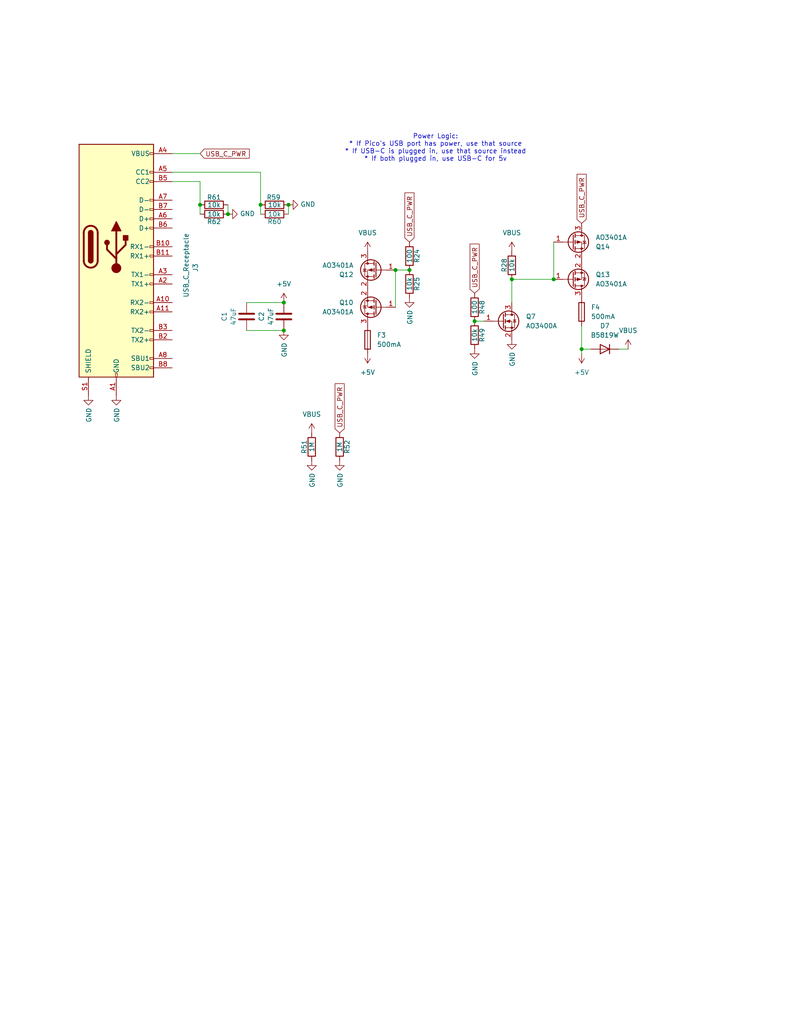
<source format=kicad_sch>
(kicad_sch (version 20250114) (generator "eeschema") (generator_version "9.0")
  (paper "USLetter" portrait)
  (title_block (title "WOOTSwitch") (date "2025-10-28") (rev "2025.10") (company "Joe's Computer Museum"))
  (lib_symbols
    (symbol "Connector:USB_C_Receptacle" (pin_names (offset 1.016))
      (property "Reference" "J" (at -10.16 29.21 0))
      (property "Value" "USB_C_Receptacle" (at 10.16 29.21 0))
      (symbol "USB_C_Receptacle_0_0"
        (rectangle (start -0.254 -35.56) (end 0.254 -34.544))
        (rectangle (start 10.16 25.654) (end 9.144 25.146))
        (rectangle (start 10.16 20.574) (end 9.144 20.066))
        (rectangle (start 10.16 18.034) (end 9.144 17.526))
        (rectangle (start 10.16 12.954) (end 9.144 12.446))
        (rectangle (start 10.16 10.414) (end 9.144 9.906))
        (rectangle (start 10.16 7.874) (end 9.144 7.366))
        (rectangle (start 10.16 5.334) (end 9.144 4.826))
        (rectangle (start 10.16 0.254) (end 9.144 -0.254))
        (rectangle (start 10.16 -2.286) (end 9.144 -2.794))
        (rectangle (start 10.16 -7.366) (end 9.144 -7.874))
        (rectangle (start 10.16 -9.906) (end 9.144 -10.414))
        (rectangle (start 10.16 -14.986) (end 9.144 -15.494))
        (rectangle (start 10.16 -17.526) (end 9.144 -18.034))
        (rectangle (start 10.16 -22.606) (end 9.144 -23.114))
        (rectangle (start 10.16 -25.146) (end 9.144 -25.654))
        (rectangle (start 10.16 -30.226) (end 9.144 -30.734))
        (rectangle (start 10.16 -32.766) (end 9.144 -33.274))
      )
      (symbol "USB_C_Receptacle_0_1"
        (rectangle (start -10.16 27.94) (end 10.16 -35.56) (stroke (width 0.254)) (fill (type background)))
        (polyline (pts (xy -8.89 -3.81) (xy -8.89 3.81)) (stroke (width 0.508)))
        (rectangle (start -7.62 -3.81) (end -6.35 3.81) (stroke (width 0.254)) (fill (type outline)))
        (arc (start -7.62 3.81) (mid -6.985 4.4422) (end -6.35 3.81) (stroke (width 0.254)))
        (arc (start -7.62 3.81) (mid -6.985 4.4422) (end -6.35 3.81) (stroke (width 0.254)) (fill (type outline)))
        (arc (start -8.89 3.81) (mid -6.985 5.7066) (end -5.08 3.81) (stroke (width 0.508)))
        (arc (start -5.08 -3.81) (mid -6.985 -5.7066) (end -8.89 -3.81) (stroke (width 0.508)))
        (arc (start -6.35 -3.81) (mid -6.985 -4.4422) (end -7.62 -3.81) (stroke (width 0.254)))
        (arc (start -6.35 -3.81) (mid -6.985 -4.4422) (end -7.62 -3.81) (stroke (width 0.254)) (fill (type outline)))
        (polyline (pts (xy -5.08 3.81) (xy -5.08 -3.81)) (stroke (width 0.508)))
      )
      (symbol "USB_C_Receptacle_1_1"
        (circle (center -2.54 1.143) (radius 0.635) (stroke (width 0.254)) (fill (type outline)))
        (polyline (pts (xy -1.27 4.318) (xy 0 6.858) (xy 1.27 4.318) (xy -1.27 4.318)) (stroke (width 0.254)) (fill (type outline)))
        (polyline (pts (xy 0 -2.032) (xy 2.54 0.508) (xy 2.54 1.778)) (stroke (width 0.508)))
        (polyline (pts (xy 0 -3.302) (xy -2.54 -0.762) (xy -2.54 0.508)) (stroke (width 0.508)))
        (polyline (pts (xy 0 -5.842) (xy 0 4.318)) (stroke (width 0.508)))
        (circle (center 0 -5.842) (radius 1.27) (fill (type outline)))
        (rectangle (start 1.905 1.778) (end 3.175 3.048) (stroke (width 0.254)) (fill (type outline)))
        (pin passive line (at -7.62 -40.64 90) (length 5.08) (name "SHIELD") (number "S1"))
        (pin passive line (at 0 -40.64 90) (length 5.08) (name "GND") (number "A1"))
        (pin passive line (at 0 -40.64 90) (length 5.08) (hide yes) (name "GND") (number "A12"))
        (pin passive line (at 0 -40.64 90) (length 5.08) (hide yes) (name "GND") (number "B1"))
        (pin passive line (at 0 -40.64 90) (length 5.08) (hide yes) (name "GND") (number "B12"))
        (pin passive line (at 15.24 25.4 180) (length 5.08) (name "VBUS") (number "A4"))
        (pin passive line (at 15.24 25.4 180) (length 5.08) (hide yes) (name "VBUS") (number "A9"))
        (pin passive line (at 15.24 25.4 180) (length 5.08) (hide yes) (name "VBUS") (number "B4"))
        (pin passive line (at 15.24 25.4 180) (length 5.08) (hide yes) (name "VBUS") (number "B9"))
        (pin bidirectional line (at 15.24 20.32 180) (length 5.08) (name "CC1") (number "A5"))
        (pin bidirectional line (at 15.24 17.78 180) (length 5.08) (name "CC2") (number "B5"))
        (pin bidirectional line (at 15.24 12.7 180) (length 5.08) (name "D-") (number "A7"))
        (pin bidirectional line (at 15.24 10.16 180) (length 5.08) (name "D-") (number "B7"))
        (pin bidirectional line (at 15.24 7.62 180) (length 5.08) (name "D+") (number "A6"))
        (pin bidirectional line (at 15.24 5.08 180) (length 5.08) (name "D+") (number "B6"))
        (pin bidirectional line (at 15.24 0 180) (length 5.08) (name "RX1-") (number "B10"))
        (pin bidirectional line (at 15.24 -2.54 180) (length 5.08) (name "RX1+") (number "B11"))
        (pin bidirectional line (at 15.24 -7.62 180) (length 5.08) (name "TX1-") (number "A3"))
        (pin bidirectional line (at 15.24 -10.16 180) (length 5.08) (name "TX1+") (number "A2"))
        (pin bidirectional line (at 15.24 -15.24 180) (length 5.08) (name "RX2-") (number "A10"))
        (pin bidirectional line (at 15.24 -17.78 180) (length 5.08) (name "RX2+") (number "A11"))
        (pin bidirectional line (at 15.24 -22.86 180) (length 5.08) (name "TX2-") (number "B3"))
        (pin bidirectional line (at 15.24 -25.4 180) (length 5.08) (name "TX2+") (number "B2"))
        (pin bidirectional line (at 15.24 -30.48 180) (length 5.08) (name "SBU1") (number "A8"))
        (pin bidirectional line (at 15.24 -33.02 180) (length 5.08) (name "SBU2") (number "B8"))
      )
    )
    (symbol "Device:C" (pin_numbers (hide yes)) (pin_names (offset 0.254))
      (property "Reference" "C" (at 0.635 2.54 0))
      (property "Value" "C" (at 0.635 -2.54 0))
      (symbol "C_0_1"
        (polyline (pts (xy -2.032 0.762) (xy 2.032 0.762)) (stroke (width 0.508)))
        (polyline (pts (xy -2.032 -0.762) (xy 2.032 -0.762)) (stroke (width 0.508)))
      )
      (symbol "C_1_1"
        (pin passive line (at 0 3.81 270) (length 2.794) (name "~") (number "1"))
        (pin passive line (at 0 -3.81 90) (length 2.794) (name "~") (number "2"))
      )
    )
    (symbol "Device:D" (pin_numbers (hide yes)) (pin_names (offset 1.016) (hide yes))
      (property "Reference" "D" (at 0 2.54 0))
      (property "Value" "D" (at 0 -2.54 0))
      (symbol "D_0_1"
        (polyline (pts (xy -1.27 1.27) (xy -1.27 -1.27)) (stroke (width 0.254)))
        (polyline (pts (xy 1.27 1.27) (xy 1.27 -1.27) (xy -1.27 0) (xy 1.27 1.27)) (stroke (width 0.254)))
        (polyline (pts (xy 1.27 0) (xy -1.27 0)))
      )
      (symbol "D_1_1"
        (pin passive line (at -3.81 0 0) (length 2.54) (name "K") (number "1"))
        (pin passive line (at 3.81 0 180) (length 2.54) (name "A") (number "2"))
      )
    )
    (symbol "Device:Fuse" (pin_numbers (hide yes)) (pin_names (offset 0))
      (property "Reference" "F" (at 2.032 0 90))
      (property "Value" "Fuse" (at -1.905 0 90))
      (symbol "Fuse_0_1"
        (rectangle (start -0.762 -2.54) (end 0.762 2.54) (stroke (width 0.254)))
        (polyline (pts (xy 0 2.54) (xy 0 -2.54)))
      )
      (symbol "Fuse_1_1"
        (pin passive line (at 0 3.81 270) (length 1.27) (name "~") (number "1"))
        (pin passive line (at 0 -3.81 90) (length 1.27) (name "~") (number "2"))
      )
    )
    (symbol "Device:R" (pin_numbers (hide yes)) (pin_names (offset 0))
      (property "Reference" "R" (at 2.032 0 90))
      (property "Value" "R" (at 0 0 90))
      (symbol "R_0_1"
        (rectangle (start -1.016 -2.54) (end 1.016 2.54) (stroke (width 0.254)))
      )
      (symbol "R_1_1"
        (pin passive line (at 0 3.81 270) (length 1.27) (name "~") (number "1"))
        (pin passive line (at 0 -3.81 90) (length 1.27) (name "~") (number "2"))
      )
    )
    (symbol "Transistor_FET:AO3400A" (pin_names (offset 0) (hide yes))
      (property "Reference" "Q" (at 5.08 1.905 0))
      (property "Value" "AO3400A" (at 5.08 0 0))
      (symbol "AO3400A_0_1"
        (polyline (pts (xy 0.254 1.905) (xy 0.254 -1.905)) (stroke (width 0.254)))
        (polyline (pts (xy 0.254 0) (xy -2.54 0)))
        (polyline (pts (xy 0.762 2.286) (xy 0.762 1.27)) (stroke (width 0.254)))
        (polyline (pts (xy 0.762 0.508) (xy 0.762 -0.508)) (stroke (width 0.254)))
        (polyline (pts (xy 0.762 -1.27) (xy 0.762 -2.286)) (stroke (width 0.254)))
        (polyline (pts (xy 0.762 -1.778) (xy 3.302 -1.778) (xy 3.302 1.778) (xy 0.762 1.778)))
        (polyline (pts (xy 1.016 0) (xy 2.032 0.381) (xy 2.032 -0.381) (xy 1.016 0)) (fill (type outline)))
        (circle (center 1.651 0) (radius 2.794) (stroke (width 0.254)))
        (polyline (pts (xy 2.54 2.54) (xy 2.54 1.778)))
        (circle (center 2.54 1.778) (radius 0.254) (fill (type outline)))
        (circle (center 2.54 -1.778) (radius 0.254) (fill (type outline)))
        (polyline (pts (xy 2.54 -2.54) (xy 2.54 0) (xy 0.762 0)))
        (polyline (pts (xy 2.921 0.381) (xy 3.683 0.381)))
        (polyline (pts (xy 3.302 0.381) (xy 2.921 -0.254) (xy 3.683 -0.254) (xy 3.302 0.381)))
      )
      (symbol "AO3400A_1_1"
        (pin input line (at -5.08 0 0) (length 2.54) (name "G") (number "1"))
        (pin passive line (at 2.54 5.08 270) (length 2.54) (name "D") (number "3"))
        (pin passive line (at 2.54 -5.08 90) (length 2.54) (name "S") (number "2"))
      )
    )
    (symbol "Transistor_FET:AO3401A" (pin_names (hide yes))
      (property "Reference" "Q" (at 5.08 1.905 0))
      (property "Value" "AO3401A" (at 5.08 0 0))
      (symbol "AO3401A_0_1"
        (polyline (pts (xy 0.254 1.905) (xy 0.254 -1.905)) (stroke (width 0.254)))
        (polyline (pts (xy 0.254 0) (xy -2.54 0)))
        (polyline (pts (xy 0.762 2.286) (xy 0.762 1.27)) (stroke (width 0.254)))
        (polyline (pts (xy 0.762 1.778) (xy 3.302 1.778) (xy 3.302 -1.778) (xy 0.762 -1.778)))
        (polyline (pts (xy 0.762 0.508) (xy 0.762 -0.508)) (stroke (width 0.254)))
        (polyline (pts (xy 0.762 -1.27) (xy 0.762 -2.286)) (stroke (width 0.254)))
        (circle (center 1.651 0) (radius 2.794) (stroke (width 0.254)))
        (polyline (pts (xy 2.286 0) (xy 1.27 0.381) (xy 1.27 -0.381) (xy 2.286 0)) (fill (type outline)))
        (polyline (pts (xy 2.54 2.54) (xy 2.54 1.778)))
        (circle (center 2.54 1.778) (radius 0.254) (fill (type outline)))
        (circle (center 2.54 -1.778) (radius 0.254) (fill (type outline)))
        (polyline (pts (xy 2.54 -2.54) (xy 2.54 0) (xy 0.762 0)))
        (polyline (pts (xy 2.794 -0.508) (xy 2.921 -0.381) (xy 3.683 -0.381) (xy 3.81 -0.254)))
        (polyline (pts (xy 3.302 -0.381) (xy 2.921 0.254) (xy 3.683 0.254) (xy 3.302 -0.381)))
      )
      (symbol "AO3401A_1_1"
        (pin input line (at -5.08 0 0) (length 2.54) (name "G") (number "1"))
        (pin passive line (at 2.54 5.08 270) (length 2.54) (name "D") (number "3"))
        (pin passive line (at 2.54 -5.08 90) (length 2.54) (name "S") (number "2"))
      )
    )
    (symbol "power:+5V" (power) (pin_names (offset 0))
      (property "Value" "+5V" (at 0 3.556 0))
      (symbol "+5V_0_1"
        (polyline (pts (xy -0.762 1.27) (xy 0 2.54)))
        (polyline (pts (xy 0 2.54) (xy 0.762 1.27)))
        (polyline (pts (xy 0 0) (xy 0 2.54)))
      )
      (symbol "+5V_1_1"
        (pin power_in line (at 0 0 90) (length 0) (hide yes) (name "+5V") (number "1"))
      )
    )
    (symbol "power:GND" (power) (pin_names (offset 0))
      (property "Value" "GND" (at 0 -3.81 0))
      (symbol "GND_0_1"
        (polyline (pts (xy 0 0) (xy 0 -1.27) (xy 1.27 -1.27) (xy 0 -2.54) (xy -1.27 -1.27) (xy 0 -1.27)))
      )
      (symbol "GND_1_1"
        (pin power_in line (at 0 0 270) (length 0) (hide yes) (name "GND") (number "1"))
      )
    )
    (symbol "power:VBUS" (power) (pin_numbers (hide yes)) (pin_names (offset 0) (hide yes))
      (property "Value" "VBUS" (at 0 3.556 0))
      (symbol "VBUS_0_1"
        (polyline (pts (xy -0.762 1.27) (xy 0 2.54)))
        (polyline (pts (xy 0 2.54) (xy 0.762 1.27)))
        (polyline (pts (xy 0 0) (xy 0 2.54)))
      )
      (symbol "VBUS_1_1"
        (pin power_in line (at 0 0 90) (length 0) (name "~") (number "1"))
      )
    )
  )
  (text "Power Logic:\n* If Pico's USB port has power, use that source\n* If USB-C is plugged in, use that source instead\n* If both plugged in, use USB-C for 5v" (at 118.872 40.386 0) (effects (font (size 1.27 1.27))))
  (junction (at 111.76 73.66))
  (junction (at 158.75 95.25))
  (junction (at 71.12 55.88))
  (junction (at 107.95 73.66))
  (junction (at 151.13 76.2))
  (junction (at 62.23 58.42))
  (junction (at 78.74 55.88))
  (junction (at 129.54 87.63))
  (junction (at 139.7 76.2))
  (junction (at 77.47 82.55))
  (junction (at 77.47 90.17))
  (junction (at 54.61 55.88))
  (wire (pts (xy 161.29 95.25) (xy 158.75 95.25)))
  (wire (pts (xy 71.12 58.42) (xy 71.12 55.88)))
  (wire (pts (xy 54.61 49.53) (xy 46.99 49.53)))
  (wire (pts (xy 54.61 49.53) (xy 54.61 55.88)))
  (wire (pts (xy 158.75 88.9) (xy 158.75 95.25)))
  (wire (pts (xy 151.13 66.04) (xy 151.13 76.2)))
  (wire (pts (xy 151.13 76.2) (xy 139.7 76.2)))
  (wire (pts (xy 107.95 73.66) (xy 107.95 83.82)))
  (wire (pts (xy 67.31 90.17) (xy 77.47 90.17)))
  (wire (pts (xy 171.45 95.25) (xy 168.91 95.25)))
  (wire (pts (xy 158.75 95.25) (xy 158.75 96.52)))
  (wire (pts (xy 67.31 82.55) (xy 77.47 82.55)))
  (wire (pts (xy 111.76 73.66) (xy 107.95 73.66)))
  (wire (pts (xy 54.61 41.91) (xy 46.99 41.91)))
  (wire (pts (xy 78.74 55.88) (xy 78.74 58.42)))
  (wire (pts (xy 71.12 55.88) (xy 71.12 46.99)))
  (wire (pts (xy 46.99 46.99) (xy 71.12 46.99)))
  (wire (pts (xy 139.7 76.2) (xy 139.7 82.55)))
  (wire (pts (xy 129.54 87.63) (xy 132.08 87.63)))
  (wire (pts (xy 54.61 55.88) (xy 54.61 58.42)))
  (wire (pts (xy 62.23 55.88) (xy 62.23 58.42)))
  (global_label "USB_C_PWR" (shape input) (at 129.54 80.01 90) (property "Intersheetrefs" "${INTERSHEET_REFS}" (effects (hide yes))))
  (global_label "USB_C_PWR" (shape input) (at 111.76 66.04 90) (property "Intersheetrefs" "${INTERSHEET_REFS}" (effects (hide yes))))
  (global_label "USB_C_PWR" (shape input) (at 92.71 118.11 90) (property "Intersheetrefs" "${INTERSHEET_REFS}" (effects (hide yes))))
  (global_label "USB_C_PWR" (shape input) (at 54.61 41.91 0) (property "Intersheetrefs" "${INTERSHEET_REFS}" (effects (hide yes))))
  (global_label "USB_C_PWR" (shape input) (at 158.75 60.96 90) (property "Intersheetrefs" "${INTERSHEET_REFS}" (effects (hide yes))))
  (symbol (lib_id "Device:R") (at 139.7 72.39 180) (unit 1)
    (property "Reference" "R28" (at 137.668 72.39 90))
    (property "Value" "10k" (at 139.7 72.39 90))
    (property "Footprint" "Resistor_SMD:R_0402_1005Metric" (effects (hide yes)))
  )
  (symbol (lib_id "Transistor_FET:AO3401A") (at 156.21 66.04 0) (unit 1)
    (property "Reference" "Q14" (at 162.56 67.3101 0) (effects (justify left)))
    (property "Value" "AO3401A" (at 162.56 64.7701 0) (effects (justify left)))
    (property "Footprint" "Package_TO_SOT_SMD:SOT-23" (effects (hide yes)))
    (property "Datasheet" "http://www.aosmd.com/pdfs/datasheet/AO3401A.pdf" (effects (hide yes)))
    (property "Description" "-4.0A Id, -30V Vds, P-Channel MOSFET, SOT-23" (effects (hide yes)))
  )
  (symbol (lib_id "Device:Fuse") (at 100.33 92.71 0) (unit 1)
    (property "Reference" "F3" (at 102.87 91.4399 0) (effects (justify left)))
    (property "Value" "500mA" (at 102.87 93.9799 0) (effects (justify left)))
    (property "Footprint" "Fuse:Fuse_0805_2012Metric" (effects (hide yes)))
  )
  (symbol (lib_id "Device:C") (at 77.47 86.36 180) (unit 1)
    (property "Reference" "C2" (at 71.374 86.36 90))
    (property "Value" "47uF" (at 73.914 86.36 90))
    (property "Footprint" "Capacitor_SMD:C_1206_3216Metric" (effects (hide yes)))
    (property "Description" "Unpolarized capacitor" (effects (hide yes)))
  )
  (symbol (lib_id "power:+5V") (at 158.75 96.52 180) (unit 1)
    (property "Reference" "#PWR051" (effects (hide yes)))
    (property "Value" "+5V" (at 158.75 101.6 0))
  )
  (symbol (lib_id "power:VBUS") (at 85.09 118.11 0) (unit 1)
    (property "Reference" "#PWR053" (effects (hide yes)))
    (property "Value" "VBUS" (at 85.09 113.03 0))
    (property "Description" "Power symbol creates a global label with name \"VBUS\"" (effects (hide yes)))
  )
  (symbol (lib_id "power:GND") (at 139.7 92.71 0) (unit 1)
    (property "Reference" "#PWR050" (effects (hide yes)))
    (property "Value" "GND" (at 139.827 95.9612 90) (effects (justify right)))
  )
  (symbol (lib_id "Transistor_FET:AO3401A") (at 102.87 83.82 180) (unit 1)
    (property "Reference" "Q10" (at 96.52 82.5499 0) (effects (justify left)))
    (property "Value" "AO3401A" (at 96.52 85.0899 0) (effects (justify left)))
    (property "Footprint" "Package_TO_SOT_SMD:SOT-23" (effects (hide yes)))
    (property "Datasheet" "http://www.aosmd.com/pdfs/datasheet/AO3401A.pdf" (effects (hide yes)))
    (property "Description" "-4.0A Id, -30V Vds, P-Channel MOSFET, SOT-23" (effects (hide yes)))
  )
  (symbol (lib_id "Device:R") (at 58.42 58.42 270) (unit 1)
    (property "Reference" "R62" (at 58.42 60.452 90))
    (property "Value" "10k" (at 58.42 58.42 90))
    (property "Footprint" "Resistor_SMD:R_0402_1005Metric" (effects (hide yes)))
  )
  (symbol (lib_id "power:GND") (at 62.23 58.42 90) (unit 1)
    (property "Reference" "#PWR110" (effects (hide yes)))
    (property "Value" "GND" (at 65.4812 58.293 90) (effects (justify right)))
  )
  (symbol (lib_id "Device:R") (at 129.54 83.82 0) (unit 1)
    (property "Reference" "R48" (at 131.572 83.82 90))
    (property "Value" "100" (at 129.54 83.82 90))
    (property "Footprint" "Resistor_SMD:R_0402_1005Metric" (effects (hide yes)))
  )
  (symbol (lib_id "Device:C") (at 67.31 86.36 180) (unit 1)
    (property "Reference" "C1" (at 61.214 86.36 90))
    (property "Value" "47uF" (at 63.754 86.36 90))
    (property "Footprint" "Capacitor_SMD:C_1206_3216Metric" (effects (hide yes)))
    (property "Description" "Unpolarized capacitor" (effects (hide yes)))
  )
  (symbol (lib_id "Device:R") (at 129.54 91.44 0) (unit 1)
    (property "Reference" "R49" (at 131.572 91.44 90))
    (property "Value" "10k" (at 129.54 91.44 90))
    (property "Footprint" "Resistor_SMD:R_0402_1005Metric" (effects (hide yes)))
  )
  (symbol (lib_id "Device:R") (at 111.76 77.47 0) (unit 1)
    (property "Reference" "R25" (at 113.792 77.47 90))
    (property "Value" "10k" (at 111.76 77.47 90))
    (property "Footprint" "Resistor_SMD:R_0402_1005Metric" (effects (hide yes)))
  )
  (symbol (lib_id "Transistor_FET:AO3400A") (at 137.16 87.63 0) (unit 1)
    (property "Reference" "Q7" (at 143.51 86.3599 0) (effects (justify left)))
    (property "Value" "AO3400A" (at 143.51 88.8999 0) (effects (justify left)))
    (property "Footprint" "Package_TO_SOT_SMD:SOT-23" (effects (hide yes)))
    (property "Datasheet" "http://www.aosmd.com/pdfs/datasheet/AO3400A.pdf" (effects (hide yes)))
    (property "Description" "30V Vds, 5.7A Id, N-Channel MOSFET, SOT-23" (effects (hide yes)))
  )
  (symbol (lib_id "Device:R") (at 111.76 69.85 0) (unit 1)
    (property "Reference" "R24" (at 113.792 69.85 90))
    (property "Value" "100" (at 111.76 69.85 90))
    (property "Footprint" "Resistor_SMD:R_0402_1005Metric" (effects (hide yes)))
  )
  (symbol (lib_id "power:GND") (at 24.13 107.95 0) (unit 1)
    (property "Reference" "#PWR040" (effects (hide yes)))
    (property "Value" "GND" (at 24.257 111.2012 90) (effects (justify right)))
  )
  (symbol (lib_id "power:+5V") (at 100.33 96.52 180) (unit 1)
    (property "Reference" "#PWR045" (effects (hide yes)))
    (property "Value" "+5V" (at 100.33 101.6 0))
  )
  (symbol (lib_id "power:GND") (at 77.47 90.17 0) (unit 1)
    (property "Reference" "#PWR047" (effects (hide yes)))
    (property "Value" "GND" (at 77.597 93.4212 90) (effects (justify right)))
  )
  (symbol (lib_id "Device:R") (at 74.93 58.42 270) (unit 1)
    (property "Reference" "R60" (at 74.93 60.452 90))
    (property "Value" "10k" (at 74.93 58.42 90))
    (property "Footprint" "Resistor_SMD:R_0402_1005Metric" (effects (hide yes)))
  )
  (symbol (lib_id "Device:R") (at 74.93 55.88 270) (unit 1)
    (property "Reference" "R59" (at 74.676 53.848 90))
    (property "Value" "10k" (at 74.93 55.88 90))
    (property "Footprint" "Resistor_SMD:R_0402_1005Metric" (effects (hide yes)))
  )
  (symbol (lib_id "Device:D") (at 165.1 95.25 180) (unit 1)
    (property "Reference" "D7" (at 165.1 88.9 0))
    (property "Value" "B5819W" (at 165.1 91.44 0))
    (property "Footprint" "Diode_SMD:D_SOD-123" (effects (hide yes)))
  )
  (symbol (lib_id "power:VBUS") (at 139.7 68.58 0) (unit 1)
    (property "Reference" "#PWR052" (effects (hide yes)))
    (property "Value" "VBUS" (at 139.7 63.5 0))
    (property "Description" "Power symbol creates a global label with name \"VBUS\"" (effects (hide yes)))
  )
  (symbol (lib_id "Transistor_FET:AO3401A") (at 156.21 76.2 0) (mirror x) (unit 1)
    (property "Reference" "Q13" (at 162.56 74.9299 0) (effects (justify left)))
    (property "Value" "AO3401A" (at 162.56 77.4699 0) (effects (justify left)))
    (property "Footprint" "Package_TO_SOT_SMD:SOT-23" (effects (hide yes)))
    (property "Datasheet" "http://www.aosmd.com/pdfs/datasheet/AO3401A.pdf" (effects (hide yes)))
    (property "Description" "-4.0A Id, -30V Vds, P-Channel MOSFET, SOT-23" (effects (hide yes)))
  )
  (symbol (lib_id "power:GND") (at 85.09 125.73 0) (unit 1)
    (property "Reference" "#PWR054" (effects (hide yes)))
    (property "Value" "GND" (at 85.217 128.9812 90) (effects (justify right)))
  )
  (symbol (lib_id "power:GND") (at 92.71 125.73 0) (unit 1)
    (property "Reference" "#PWR055" (effects (hide yes)))
    (property "Value" "GND" (at 92.837 128.9812 90) (effects (justify right)))
  )
  (symbol (lib_id "Transistor_FET:AO3401A") (at 102.87 73.66 0) (mirror y) (unit 1)
    (property "Reference" "Q12" (at 96.52 74.9301 0) (effects (justify left)))
    (property "Value" "AO3401A" (at 96.52 72.3901 0) (effects (justify left)))
    (property "Footprint" "Package_TO_SOT_SMD:SOT-23" (effects (hide yes)))
    (property "Datasheet" "http://www.aosmd.com/pdfs/datasheet/AO3401A.pdf" (effects (hide yes)))
    (property "Description" "-4.0A Id, -30V Vds, P-Channel MOSFET, SOT-23" (effects (hide yes)))
  )
  (symbol (lib_id "power:VBUS") (at 100.33 68.58 0) (unit 1)
    (property "Reference" "#PWR044" (effects (hide yes)))
    (property "Value" "VBUS" (at 100.33 63.5 0))
    (property "Description" "Power symbol creates a global label with name \"VBUS\"" (effects (hide yes)))
  )
  (symbol (lib_id "power:GND") (at 78.74 55.88 90) (unit 1)
    (property "Reference" "#PWR109" (effects (hide yes)))
    (property "Value" "GND" (at 81.9912 55.753 90) (effects (justify right)))
  )
  (symbol (lib_id "power:GND") (at 129.54 95.25 0) (unit 1)
    (property "Reference" "#PWR043" (effects (hide yes)))
    (property "Value" "GND" (at 129.667 98.5012 90) (effects (justify right)))
  )
  (symbol (lib_id "Device:R") (at 92.71 121.92 0) (unit 1)
    (property "Reference" "R52" (at 94.742 121.92 90))
    (property "Value" "1M" (at 92.71 121.92 90))
    (property "Footprint" "Resistor_SMD:R_0402_1005Metric" (effects (hide yes)))
  )
  (symbol (lib_id "Device:R") (at 58.42 55.88 270) (unit 1)
    (property "Reference" "R61" (at 58.42 53.848 90))
    (property "Value" "10k" (at 58.42 55.88 90))
    (property "Footprint" "Resistor_SMD:R_0402_1005Metric" (effects (hide yes)))
  )
  (symbol (lib_id "Connector:USB_C_Receptacle") (at 31.75 67.31 0) (unit 1)
    (property "Reference" "J3" (at 53.34 73.025 90))
    (property "Value" "USB_C_Receptacle" (at 50.8 72.39 90))
    (property "Footprint" "Connector_USB:USB_C_Receptacle_HRO_TYPE-C-31-M-12" (effects (hide yes)))
    (property "Datasheet" "https://www.usb.org/sites/default/files/documents/usb_type-c.zip" (effects (hide yes)))
  )
  (symbol (lib_id "Device:R") (at 85.09 121.92 180) (unit 1)
    (property "Reference" "R51" (at 83.058 121.92 90))
    (property "Value" "1M" (at 85.09 121.92 90))
    (property "Footprint" "Resistor_SMD:R_0402_1005Metric" (effects (hide yes)))
  )
  (symbol (lib_id "power:+5V") (at 77.47 82.55 0) (unit 1)
    (property "Reference" "#PWR046" (effects (hide yes)))
    (property "Value" "+5V" (at 77.47 77.47 0))
  )
  (symbol (lib_id "Device:Fuse") (at 158.75 85.09 180) (unit 1)
    (property "Reference" "F4" (at 161.29 83.8199 0) (effects (justify right)))
    (property "Value" "500mA" (at 161.29 86.3599 0) (effects (justify right)))
    (property "Footprint" "Fuse:Fuse_0805_2012Metric" (effects (hide yes)))
  )
  (symbol (lib_id "power:GND") (at 31.75 107.95 0) (unit 1)
    (property "Reference" "#PWR039" (effects (hide yes)))
    (property "Value" "GND" (at 31.877 111.2012 90) (effects (justify right)))
  )
  (symbol (lib_id "power:GND") (at 111.76 81.28 0) (unit 1)
    (property "Reference" "#PWR049" (effects (hide yes)))
    (property "Value" "GND" (at 111.887 84.5312 90) (effects (justify right)))
  )
  (symbol (lib_id "power:VBUS") (at 171.45 95.25 0) (unit 1)
    (property "Reference" "#PWR048" (effects (hide yes)))
    (property "Value" "VBUS" (at 171.45 90.17 0))
    (property "Description" "Power symbol creates a global label with name \"VBUS\"" (effects (hide yes)))
  )
)
</source>
